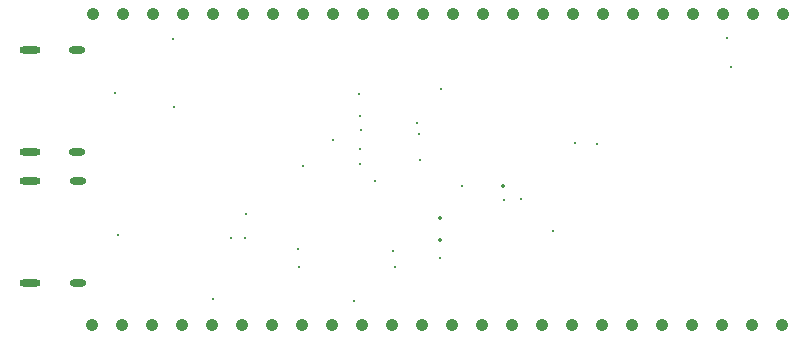
<source format=gbr>
%FSTAX23Y23*%
%MOIN*%
%SFA1B1*%

%IPPOS*%
%ADD78C,0.042000*%
%ADD79O,0.070866X0.023622*%
%ADD80O,0.055118X0.023622*%
%ADD81C,0.013780*%
%ADD82C,0.012598*%
%LNesp32_pth_drill-1*%
%LPD*%
G54D78*
X00281Y01096D03*
X00381D03*
X00481D03*
X00581D03*
X00681D03*
X00781D03*
X00881D03*
X00981D03*
X01081D03*
X01181D03*
X01281D03*
X01381D03*
X01481D03*
X01581D03*
X01681D03*
X01781D03*
X01881D03*
X01981D03*
X02081D03*
X02181D03*
X02281D03*
X02381D03*
X02481D03*
X02581D03*
X00278Y00062D03*
X00378D03*
X00478D03*
X00578D03*
X00678D03*
X00778D03*
X00878D03*
X00978D03*
X01078D03*
X01178D03*
X01278D03*
X01378D03*
X01478D03*
X01578D03*
X01678D03*
X01778D03*
X01878D03*
X01978D03*
X02078D03*
X02178D03*
X02278D03*
X02378D03*
X02478D03*
X02578D03*
G54D79*
X00071Y00978D03*
Y00637D03*
X00073Y0054D03*
Y002D03*
G54D80*
X00229Y00978D03*
Y00637D03*
X00231Y0054D03*
Y002D03*
G54D81*
X01438Y00419D03*
X01437Y00345D03*
X01649Y00525D03*
G54D82*
X02407Y00921D03*
X00965Y00315D03*
X00967Y00255D03*
X01707Y00482D03*
X01653Y00478D03*
X01173Y00596D03*
X01171Y00649D03*
X01083Y00679D03*
X00551Y00786D03*
X01443Y00847D03*
X02396Y01018D03*
X00982Y0059D03*
X01363Y00734D03*
X01814Y00375D03*
X01962Y00664D03*
X01888Y00667D03*
X01168Y00832D03*
X01174Y0071D03*
X01173Y00758D03*
X01367Y00696D03*
X01373Y00612D03*
X01513Y00525D03*
X01288Y00253D03*
X00743Y0035D03*
X00792Y00432D03*
X01283Y00306D03*
X01437Y00283D03*
X01153Y00142D03*
X0068Y00149D03*
X01221Y0054D03*
X00788Y0035D03*
X00549Y01015D03*
X00365Y00361D03*
X00356Y00833D03*
M02*
</source>
